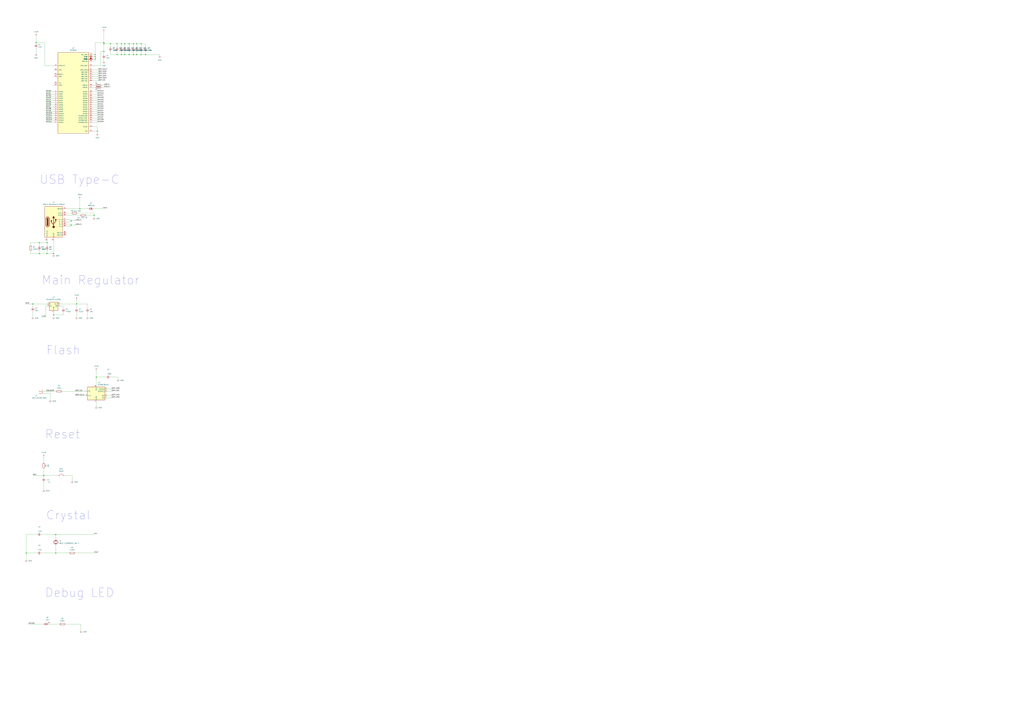
<source format=kicad_sch>
(kicad_sch (version 20211123) (generator eeschema)
  (paper "A0")
  (lib_symbols
    (symbol "Connector:Conn_01x02_Male" (pin_names (offset 1.016) hide)
      (property "Reference" "J" (at 0 2.54 0))
      (property "Value" "Conn_01x02_Male" (at 0 -5.08 0))
      (symbol "Conn_01x02_Male_1_1"
        (polyline (pts (xy 1.27 -2.54) (xy 0.8636 -2.54)) (stroke (width 0.1524)))
        (polyline (pts (xy 1.27 0) (xy 0.8636 0)) (stroke (width 0.1524)))
        (rectangle (start 0.8636 -2.413) (end 0 -2.667) (stroke (width 0.1524)) (fill (type outline)))
        (rectangle (start 0.8636 0.127) (end 0 -0.127) (stroke (width 0.1524)) (fill (type outline)))
        (pin passive line (at 5.08 0 180) (length 3.81) (name "Pin_1") (number "1"))
        (pin passive line (at 5.08 -2.54 180) (length 3.81) (name "Pin_2") (number "2"))
      )
    )
    (symbol "Connector:USB_C_Receptacle_USB2.0" (pin_names (offset 1.016))
      (property "Reference" "J" (at -10.16 19.05 0))
      (property "Value" "USB_C_Receptacle_USB2.0" (at 19.05 19.05 0))
      (symbol "USB_C_Receptacle_USB2.0_0_0"
        (rectangle (start -0.254 -17.78) (end 0.254 -16.764))
        (rectangle (start 10.16 -14.986) (end 9.144 -15.494))
        (rectangle (start 10.16 -12.446) (end 9.144 -12.954))
        (rectangle (start 10.16 -4.826) (end 9.144 -5.334))
        (rectangle (start 10.16 -2.286) (end 9.144 -2.794))
        (rectangle (start 10.16 0.254) (end 9.144 -0.254))
        (rectangle (start 10.16 2.794) (end 9.144 2.286))
        (rectangle (start 10.16 7.874) (end 9.144 7.366))
        (rectangle (start 10.16 10.414) (end 9.144 9.906))
        (rectangle (start 10.16 15.494) (end 9.144 14.986))
      )
      (symbol "USB_C_Receptacle_USB2.0_0_1"
        (rectangle (start -10.16 17.78) (end 10.16 -17.78) (stroke (width 0.254)) (fill (type background)))
        (arc (start -8.89 -3.81) (mid -6.985 -5.715) (end -5.08 -3.81) (stroke (width 0.508)))
        (arc (start -7.62 -3.81) (mid -6.985 -4.445) (end -6.35 -3.81) (stroke (width 0.254)))
        (arc (start -7.62 -3.81) (mid -6.985 -4.445) (end -6.35 -3.81) (stroke (width 0.254)) (fill (type outline)))
        (rectangle (start -7.62 -3.81) (end -6.35 3.81) (stroke (width 0.254)) (fill (type outline)))
        (arc (start -6.35 3.81) (mid -6.985 4.445) (end -7.62 3.81) (stroke (width 0.254)))
        (arc (start -6.35 3.81) (mid -6.985 4.445) (end -7.62 3.81) (stroke (width 0.254)) (fill (type outline)))
        (arc (start -5.08 3.81) (mid -6.985 5.715) (end -8.89 3.81) (stroke (width 0.508)))
        (circle (center -2.54 1.143) (radius 0.635) (stroke (width 0.254)) (fill (type outline)))
        (circle (center 0 -5.842) (radius 1.27) (fill (type outline)))
        (polyline (pts (xy -8.89 -3.81) (xy -8.89 3.81)) (stroke (width 0.508)))
        (polyline (pts (xy -5.08 3.81) (xy -5.08 -3.81)) (stroke (width 0.508)))
        (polyline (pts (xy 0 -5.842) (xy 0 4.318)) (stroke (width 0.508)))
        (polyline (pts (xy 0 -3.302) (xy -2.54 -0.762) (xy -2.54 0.508)) (stroke (width 0.508)))
        (polyline (pts (xy 0 -2.032) (xy 2.54 0.508) (xy 2.54 1.778)) (stroke (width 0.508)))
        (polyline (pts (xy -1.27 4.318) (xy 0 6.858) (xy 1.27 4.318) (xy -1.27 4.318)) (stroke (width 0.254)) (fill (type outline)))
        (rectangle (start 1.905 1.778) (end 3.175 3.048) (stroke (width 0.254)) (fill (type outline)))
      )
      (symbol "USB_C_Receptacle_USB2.0_1_1"
        (pin passive line (at 0 -22.86 90) (length 5.08) (name "GND") (number "A1"))
        (pin passive line (at 0 -22.86 90) (length 5.08) hide (name "GND") (number "A12"))
        (pin passive line (at 15.24 15.24 180) (length 5.08) (name "VBUS") (number "A4"))
        (pin bidirectional line (at 15.24 10.16 180) (length 5.08) (name "CC1") (number "A5"))
        (pin bidirectional line (at 15.24 -2.54 180) (length 5.08) (name "D+") (number "A6"))
        (pin bidirectional line (at 15.24 2.54 180) (length 5.08) (name "D-") (number "A7"))
        (pin bidirectional line (at 15.24 -12.7 180) (length 5.08) (name "SBU1") (number "A8"))
        (pin passive line (at 15.24 15.24 180) (length 5.08) hide (name "VBUS") (number "A9"))
        (pin passive line (at 0 -22.86 90) (length 5.08) hide (name "GND") (number "B1"))
        (pin passive line (at 0 -22.86 90) (length 5.08) hide (name "GND") (number "B12"))
        (pin passive line (at 15.24 15.24 180) (length 5.08) hide (name "VBUS") (number "B4"))
        (pin bidirectional line (at 15.24 7.62 180) (length 5.08) (name "CC2") (number "B5"))
        (pin bidirectional line (at 15.24 -5.08 180) (length 5.08) (name "D+") (number "B6"))
        (pin bidirectional line (at 15.24 0 180) (length 5.08) (name "D-") (number "B7"))
        (pin bidirectional line (at 15.24 -15.24 180) (length 5.08) (name "SBU2") (number "B8"))
        (pin passive line (at 15.24 15.24 180) (length 5.08) hide (name "VBUS") (number "B9"))
        (pin passive line (at -7.62 -22.86 90) (length 5.08) (name "SHIELD") (number "S1"))
      )
    )
    (symbol "Device:C_Small" (pin_numbers hide) (pin_names (offset 0.254) hide)
      (property "Reference" "C" (at 0.254 1.778 0))
      (property "Value" "C_Small" (at 0.254 -2.032 0))
      (symbol "C_Small_0_1"
        (polyline (pts (xy -1.524 -0.508) (xy 1.524 -0.508)) (stroke (width 0.3302)))
        (polyline (pts (xy -1.524 0.508) (xy 1.524 0.508)) (stroke (width 0.3048)))
      )
      (symbol "C_Small_1_1"
        (pin passive line (at 0 2.54 270) (length 2.032) (name "~") (number "1"))
        (pin passive line (at 0 -2.54 90) (length 2.032) (name "~") (number "2"))
      )
    )
    (symbol "Device:Crystal" (pin_numbers hide) (pin_names (offset 1.016) hide)
      (property "Reference" "Y" (at 0 3.81 0))
      (property "Value" "Crystal" (at 0 -3.81 0))
      (symbol "Crystal_0_1"
        (rectangle (start -1.143 2.54) (end 1.143 -2.54) (stroke (width 0.3048)))
        (polyline (pts (xy -2.54 0) (xy -1.905 0)))
        (polyline (pts (xy -1.905 -1.27) (xy -1.905 1.27)) (stroke (width 0.508)))
        (polyline (pts (xy 1.905 -1.27) (xy 1.905 1.27)) (stroke (width 0.508)))
        (polyline (pts (xy 2.54 0) (xy 1.905 0)))
      )
      (symbol "Crystal_1_1"
        (pin passive line (at -3.81 0 0) (length 1.27) (name "1") (number "1"))
        (pin passive line (at 3.81 0 180) (length 1.27) (name "2") (number "2"))
      )
    )
    (symbol "Device:D_Schottky" (pin_numbers hide) (pin_names (offset 1.016) hide)
      (property "Reference" "D" (at 0 2.54 0))
      (property "Value" "D_Schottky" (at 0 -2.54 0))
      (symbol "D_Schottky_0_1"
        (polyline (pts (xy 1.27 0) (xy -1.27 0)))
        (polyline (pts (xy 1.27 1.27) (xy 1.27 -1.27) (xy -1.27 0) (xy 1.27 1.27)) (stroke (width 0.254)))
        (polyline (pts (xy -1.905 0.635) (xy -1.905 1.27) (xy -1.27 1.27) (xy -1.27 -1.27) (xy -0.635 -1.27) (xy -0.635 -0.635)) (stroke (width 0.254)))
      )
      (symbol "D_Schottky_1_1"
        (pin passive line (at -3.81 0 0) (length 2.54) (name "K") (number "1"))
        (pin passive line (at 3.81 0 180) (length 2.54) (name "A") (number "2"))
      )
    )
    (symbol "Device:LED" (pin_numbers hide) (pin_names (offset 1.016) hide)
      (property "Reference" "D" (at 0 2.54 0))
      (property "Value" "LED" (at 0 -2.54 0))
      (symbol "LED_0_1"
        (polyline (pts (xy -1.27 -1.27) (xy -1.27 1.27)) (stroke (width 0.254)))
        (polyline (pts (xy -1.27 0) (xy 1.27 0)))
        (polyline (pts (xy 1.27 -1.27) (xy 1.27 1.27) (xy -1.27 0) (xy 1.27 -1.27)) (stroke (width 0.254)))
        (polyline (pts (xy -3.048 -0.762) (xy -4.572 -2.286) (xy -3.81 -2.286) (xy -4.572 -2.286) (xy -4.572 -1.524)))
        (polyline (pts (xy -1.778 -0.762) (xy -3.302 -2.286) (xy -2.54 -2.286) (xy -3.302 -2.286) (xy -3.302 -1.524)))
      )
      (symbol "LED_1_1"
        (pin passive line (at -3.81 0 0) (length 2.54) (name "K") (number "1"))
        (pin passive line (at 3.81 0 180) (length 2.54) (name "A") (number "2"))
      )
    )
    (symbol "Device:R" (pin_numbers hide) (pin_names (offset 0))
      (property "Reference" "R" (at 2.032 0 90))
      (property "Value" "R" (at 0 0 90))
      (symbol "R_0_1"
        (rectangle (start -1.016 -2.54) (end 1.016 2.54) (stroke (width 0.254)))
      )
      (symbol "R_1_1"
        (pin passive line (at 0 3.81 270) (length 1.27) (name "~") (number "1"))
        (pin passive line (at 0 -3.81 90) (length 1.27) (name "~") (number "2"))
      )
    )
    (symbol "Memory_Flash:W25Q128JVS"
      (property "Reference" "U" (at -8.89 8.89 0))
      (property "Value" "W25Q128JVS" (at 7.62 8.89 0))
      (symbol "W25Q128JVS_0_1"
        (rectangle (start -10.16 7.62) (end 10.16 -7.62) (stroke (width 0.254)) (fill (type background)))
      )
      (symbol "W25Q128JVS_1_1"
        (pin input line (at -12.7 2.54 0) (length 2.54) (name "~{CS}") (number "1"))
        (pin bidirectional line (at 12.7 2.54 180) (length 2.54) (name "DO(IO1)") (number "2"))
        (pin bidirectional line (at 12.7 -2.54 180) (length 2.54) (name "IO2") (number "3"))
        (pin power_in line (at 0 -10.16 90) (length 2.54) (name "GND") (number "4"))
        (pin bidirectional line (at 12.7 5.08 180) (length 2.54) (name "DI(IO0)") (number "5"))
        (pin input line (at -12.7 -2.54 0) (length 2.54) (name "CLK") (number "6"))
        (pin bidirectional line (at 12.7 -5.08 180) (length 2.54) (name "IO3") (number "7"))
        (pin power_in line (at 0 10.16 270) (length 2.54) (name "VCC") (number "8"))
      )
    )
    (symbol "Regulator_Linear:MIC5219-3.3YM5" (pin_names (offset 0.254))
      (property "Reference" "U" (at -3.81 5.715 0))
      (property "Value" "MIC5219-3.3YM5" (at 0 5.715 0))
      (symbol "MIC5219-3.3YM5_0_1"
        (rectangle (start -5.08 4.445) (end 5.08 -5.08) (stroke (width 0.254)) (fill (type background)))
      )
      (symbol "MIC5219-3.3YM5_1_1"
        (pin power_in line (at -7.62 2.54 0) (length 2.54) (name "IN") (number "1"))
        (pin power_in line (at 0 -7.62 90) (length 2.54) (name "GND") (number "2"))
        (pin input line (at -7.62 0 0) (length 2.54) (name "EN") (number "3"))
        (pin input line (at 7.62 0 180) (length 2.54) (name "BP") (number "4"))
        (pin power_out line (at 7.62 2.54 180) (length 2.54) (name "OUT") (number "5"))
      )
    )
    (symbol "Switch:SW_Push" (pin_numbers hide) (pin_names (offset 1.016) hide)
      (property "Reference" "SW" (at 1.27 2.54 0))
      (property "Value" "SW_Push" (at 0 -1.524 0))
      (symbol "SW_Push_0_1"
        (circle (center -2.032 0) (radius 0.508))
        (polyline (pts (xy 0 1.27) (xy 0 3.048)))
        (polyline (pts (xy 2.54 1.27) (xy -2.54 1.27)))
        (circle (center 2.032 0) (radius 0.508))
        (pin passive line (at -5.08 0 0) (length 2.54) (name "1") (number "1"))
        (pin passive line (at 5.08 0 180) (length 2.54) (name "2") (number "2"))
      )
    )
    (symbol "_rp2040:RP2040" (pin_names (offset 1.016))
      (property "Reference" "U" (at -17.78 50.8 0))
      (property "Value" "RP2040" (at -17.78 -48.26 0))
      (symbol "RP2040_0_0"
        (rectangle (start -17.78 -45.72) (end 17.78 48.26) (stroke (width 0.254)) (fill (type background)))
        (pin power_in line (at 22.86 40.64 180) (length 5.08) (name "IOVDD") (number "1"))
        (pin power_in line (at 22.86 40.64 180) (length 5.08) (name "IOVDD") (number "10"))
        (pin bidirectional line (at -22.86 -17.78 0) (length 5.08) (name "GPIO8") (number "11"))
        (pin bidirectional line (at -22.86 -20.32 0) (length 5.08) (name "GPIO9") (number "12"))
        (pin bidirectional line (at -22.86 -22.86 0) (length 5.08) (name "GPIO10") (number "13"))
        (pin bidirectional line (at -22.86 -25.4 0) (length 5.08) (name "GPIO11") (number "14"))
        (pin bidirectional line (at -22.86 -27.94 0) (length 5.08) (name "GPIO12") (number "15"))
        (pin bidirectional line (at -22.86 -30.48 0) (length 5.08) (name "GPIO13") (number "16"))
        (pin bidirectional line (at -22.86 -33.02 0) (length 5.08) (name "GPIO14") (number "17"))
        (pin bidirectional line (at 22.86 2.54 180) (length 5.08) (name "GPIO15") (number "18"))
        (pin passive line (at 22.86 -38.1 180) (length 5.08) (name "TESTEN") (number "19"))
        (pin bidirectional line (at -22.86 2.54 0) (length 5.08) (name "GPIO0") (number "2"))
        (pin input line (at -22.86 12.7 0) (length 5.08) (name "XIN") (number "20"))
        (pin output line (at -22.86 10.16 0) (length 5.08) (name "XOUT") (number "21"))
        (pin power_in line (at 22.86 40.64 180) (length 5.08) (name "IOVDD") (number "22"))
        (pin power_in line (at 22.86 43.18 180) (length 5.08) (name "DVDD") (number "23"))
        (pin input clock (at -22.86 22.86 0) (length 5.08) (name "SWCLK") (number "24"))
        (pin bidirectional line (at -22.86 20.32 0) (length 5.08) (name "SWD") (number "25"))
        (pin input line (at -22.86 27.94 0) (length 5.08) (name "RUN") (number "26"))
        (pin bidirectional line (at 22.86 0 180) (length 5.08) (name "GPIO16") (number "27"))
        (pin bidirectional line (at 22.86 -2.54 180) (length 5.08) (name "GPIO17") (number "28"))
        (pin bidirectional line (at 22.86 -5.08 180) (length 5.08) (name "GPIO18") (number "29"))
        (pin bidirectional line (at -22.86 0 0) (length 5.08) (name "GPIO1") (number "3"))
        (pin bidirectional line (at 22.86 -7.62 180) (length 5.08) (name "GPIO19") (number "30"))
        (pin bidirectional line (at 22.86 -10.16 180) (length 5.08) (name "GPIO20") (number "31"))
        (pin bidirectional line (at 22.86 -12.7 180) (length 5.08) (name "GPIO21") (number "32"))
        (pin power_in line (at 22.86 40.64 180) (length 5.08) (name "IOVDD") (number "33"))
        (pin bidirectional line (at 22.86 -15.24 180) (length 5.08) (name "GPIO22") (number "34"))
        (pin bidirectional line (at 22.86 -17.78 180) (length 5.08) (name "GPIO23") (number "35"))
        (pin bidirectional line (at 22.86 -20.32 180) (length 5.08) (name "GPIO24") (number "36"))
        (pin bidirectional line (at 22.86 -22.86 180) (length 5.08) (name "GPIO25") (number "37"))
        (pin bidirectional line (at 22.86 -25.4 180) (length 5.08) (name "GPIO26/ADC0") (number "38"))
        (pin bidirectional line (at 22.86 -27.94 180) (length 5.08) (name "GPIO27/ADC1") (number "39"))
        (pin bidirectional line (at -22.86 -2.54 0) (length 5.08) (name "GPIO2") (number "4"))
        (pin bidirectional line (at 22.86 -30.48 180) (length 5.08) (name "GPIO28/ADC2") (number "40"))
        (pin bidirectional line (at 22.86 -33.02 180) (length 5.08) (name "GPIO29/ADC3") (number "41"))
        (pin power_in line (at 22.86 40.64 180) (length 5.08) (name "IOVDD") (number "42"))
        (pin power_in line (at 22.86 45.72 180) (length 5.08) (name "ADC_AVDD") (number "43"))
        (pin input line (at -22.86 33.02 0) (length 5.08) (name "VREG_VIN") (number "44"))
        (pin output line (at 22.86 33.02 180) (length 5.08) (name "VREG_VOUT") (number "45"))
        (pin bidirectional line (at 22.86 10.16 180) (length 5.08) (name "USB_DM") (number "46"))
        (pin bidirectional line (at 22.86 7.62 180) (length 5.08) (name "USB_DP") (number "47"))
        (pin power_in line (at 22.86 38.1 180) (length 5.08) (name "USB_VDD") (number "48"))
        (pin power_in line (at 22.86 40.64 180) (length 5.08) (name "IOVDD") (number "49"))
        (pin bidirectional line (at -22.86 -5.08 0) (length 5.08) (name "GPIO3") (number "5"))
        (pin power_in line (at 22.86 43.18 180) (length 5.08) (name "DVDD") (number "50"))
        (pin bidirectional line (at 22.86 17.78 180) (length 5.08) (name "QSPI_SD3") (number "51"))
        (pin bidirectional clock (at 22.86 27.94 180) (length 5.08) (name "QSPI_SCLK") (number "52"))
        (pin bidirectional line (at 22.86 25.4 180) (length 5.08) (name "QSPI_SD0") (number "53"))
        (pin bidirectional line (at 22.86 20.32 180) (length 5.08) (name "QSPI_SD2") (number "54"))
        (pin bidirectional line (at 22.86 22.86 180) (length 5.08) (name "QSPI_SD1") (number "55"))
        (pin bidirectional line (at 22.86 15.24 180) (length 5.08) (name "QSPI_CSN") (number "56"))
        (pin power_in line (at 22.86 -43.18 180) (length 5.08) (name "GND") (number "57"))
        (pin bidirectional line (at -22.86 -7.62 0) (length 5.08) (name "GPIO4") (number "6"))
        (pin bidirectional line (at -22.86 -10.16 0) (length 5.08) (name "GPIO5") (number "7"))
        (pin bidirectional line (at -22.86 -12.7 0) (length 5.08) (name "GPIO6") (number "8"))
        (pin bidirectional line (at -22.86 -15.24 0) (length 5.08) (name "GPIO7") (number "9"))
      )
    )
    (symbol "power:+3.3V" (power) (pin_names (offset 0))
      (property "Value" "+3.3V" (at 0 3.556 0))
      (symbol "+3.3V_0_1"
        (polyline (pts (xy -0.762 1.27) (xy 0 2.54)))
        (polyline (pts (xy 0 0) (xy 0 2.54)))
        (polyline (pts (xy 0 2.54) (xy 0.762 1.27)))
      )
      (symbol "+3.3V_1_1"
        (pin power_in line (at 0 0 90) (length 0) hide (name "+3.3V") (number "1"))
      )
    )
    (symbol "power:GND" (power) (pin_names (offset 0))
      (property "Value" "GND" (at 0 -3.81 0))
      (symbol "GND_0_1"
        (polyline (pts (xy 0 0) (xy 0 -1.27) (xy 1.27 -1.27) (xy 0 -2.54) (xy -1.27 -1.27) (xy 0 -1.27)))
      )
      (symbol "GND_1_1"
        (pin power_in line (at 0 0 270) (length 0) hide (name "GND") (number "1"))
      )
    )
    (symbol "power:VBUS" (power) (pin_names (offset 0))
      (property "Value" "VBUS" (at 0 3.81 0))
      (symbol "VBUS_0_1"
        (polyline (pts (xy -0.762 1.27) (xy 0 2.54)))
        (polyline (pts (xy 0 0) (xy 0 2.54)))
        (polyline (pts (xy 0 2.54) (xy 0.762 1.27)))
      )
      (symbol "VBUS_1_1"
        (pin power_in line (at 0 0 90) (length 0) hide (name "VBUS") (number "1"))
      )
    )
  )
  (junction (at 128.27 50.8))
  (junction (at 45.72 281.94))
  (junction (at 38.1 353.06))
  (junction (at 144.78 63.5))
  (junction (at 109.22 250.19))
  (junction (at 62.23 365.76))
  (junction (at 158.75 63.5))
  (junction (at 54.61 294.64))
  (junction (at 120.65 49.53))
  (junction (at 30.48 642.62))
  (junction (at 120.65 59.69))
  (junction (at 41.91 49.53))
  (junction (at 140.97 63.5))
  (junction (at 135.89 63.5))
  (junction (at 110.49 66.04))
  (junction (at 54.61 281.94))
  (junction (at 154.94 50.8))
  (junction (at 82.55 256.54))
  (junction (at 113.03 152.4))
  (junction (at 149.86 50.8))
  (junction (at 50.8 552.45))
  (junction (at 62.23 294.64))
  (junction (at 120.65 50.8))
  (junction (at 149.86 63.5))
  (junction (at 158.75 50.8))
  (junction (at 168.91 63.5))
  (junction (at 144.78 50.8))
  (junction (at 92.71 242.57))
  (junction (at 111.76 438.15))
  (junction (at 163.83 50.8))
  (junction (at 135.89 50.8))
  (junction (at 110.49 63.5))
  (junction (at 163.83 63.5))
  (junction (at 154.94 63.5))
  (junction (at 88.9 353.06))
  (junction (at 64.77 621.03))
  (junction (at 45.72 294.64))
  (junction (at 140.97 50.8))
  (junction (at 82.55 261.62))
  (junction (at 64.77 642.62))
  (junction (at 110.49 68.58))
  (wire (pts (xy 107.95 114.3) (xy 113.03 114.3)))
  (wire (pts (xy 50.8 454.66) (xy 64.77 454.66)))
  (wire (pts (xy 45.72 290.83) (xy 45.72 294.64)))
  (wire (pts (xy 64.77 621.03) (xy 109.22 621.03)))
  (wire (pts (xy 168.91 63.5) (xy 185.42 63.5)))
  (wire (pts (xy 57.15 725.17) (xy 68.58 725.17)))
  (wire (pts (xy 73.66 358.14) (xy 73.66 355.6)))
  (wire (pts (xy 82.55 260.35) (xy 82.55 261.62)))
  (wire (pts (xy 128.27 438.15) (xy 137.16 438.15)))
  (wire (pts (xy 77.47 257.81) (xy 82.55 257.81)))
  (wire (pts (xy 163.83 63.5) (xy 168.91 63.5)))
  (wire (pts (xy 41.91 55.88) (xy 41.91 62.23)))
  (wire (pts (xy 140.97 63.5) (xy 144.78 63.5)))
  (wire (pts (xy 53.34 355.6) (xy 54.61 355.6)))
  (wire (pts (xy 135.89 63.5) (xy 140.97 63.5)))
  (wire (pts (xy 64.77 621.03) (xy 64.77 626.11)))
  (wire (pts (xy 83.82 552.45) (xy 83.82 558.8)))
  (wire (pts (xy 128.27 50.8) (xy 128.27 54.61)))
  (wire (pts (xy 107.95 132.08) (xy 113.03 132.08)))
  (wire (pts (xy 48.26 621.03) (xy 64.77 621.03)))
  (wire (pts (xy 58.42 457.2) (xy 58.42 464.82)))
  (wire (pts (xy 107.95 86.36) (xy 114.3 86.36)))
  (wire (pts (xy 92.71 231.14) (xy 92.71 242.57)))
  (wire (pts (xy 88.9 347.98) (xy 88.9 353.06)))
  (wire (pts (xy 41.91 41.91) (xy 41.91 49.53)))
  (wire (pts (xy 53.34 139.7) (xy 62.23 139.7)))
  (wire (pts (xy 41.91 49.53) (xy 41.91 50.8)))
  (wire (pts (xy 35.56 292.1) (xy 35.56 294.64)))
  (wire (pts (xy 29.21 353.06) (xy 38.1 353.06)))
  (wire (pts (xy 163.83 50.8) (xy 163.83 54.61)))
  (wire (pts (xy 100.33 250.19) (xy 109.22 250.19)))
  (wire (pts (xy 52.07 76.2) (xy 52.07 49.53)))
  (wire (pts (xy 53.34 119.38) (xy 62.23 119.38)))
  (wire (pts (xy 158.75 50.8) (xy 158.75 54.61)))
  (wire (pts (xy 137.16 438.15) (xy 137.16 440.69)))
  (wire (pts (xy 64.77 642.62) (xy 80.01 642.62)))
  (wire (pts (xy 88.9 353.06) (xy 88.9 358.14)))
  (wire (pts (xy 110.49 63.5) (xy 110.49 49.53)))
  (wire (pts (xy 107.95 127) (xy 113.03 127)))
  (wire (pts (xy 30.48 650.24) (xy 30.48 642.62)))
  (wire (pts (xy 50.8 544.83) (xy 50.8 552.45)))
  (wire (pts (xy 90.17 247.65) (xy 109.22 247.65)))
  (wire (pts (xy 54.61 294.64) (xy 62.23 294.64)))
  (wire (pts (xy 107.95 106.68) (xy 113.03 106.68)))
  (wire (pts (xy 109.22 250.19) (xy 109.22 252.73)))
  (wire (pts (xy 158.75 59.69) (xy 158.75 63.5)))
  (wire (pts (xy 135.89 63.5) (xy 128.27 63.5)))
  (wire (pts (xy 50.8 552.45) (xy 66.04 552.45)))
  (wire (pts (xy 88.9 363.22) (xy 88.9 368.3)))
  (wire (pts (xy 48.26 642.62) (xy 64.77 642.62)))
  (wire (pts (xy 107.95 99.06) (xy 110.49 99.06)))
  (wire (pts (xy 77.47 260.35) (xy 82.55 260.35)))
  (wire (pts (xy 113.03 147.32) (xy 113.03 152.4)))
  (wire (pts (xy 109.22 242.57) (xy 119.38 242.57)))
  (wire (pts (xy 107.95 63.5) (xy 110.49 63.5)))
  (wire (pts (xy 154.94 50.8) (xy 154.94 54.61)))
  (wire (pts (xy 163.83 59.69) (xy 163.83 63.5)))
  (wire (pts (xy 73.66 363.22) (xy 73.66 365.76)))
  (wire (pts (xy 76.2 725.17) (xy 93.98 725.17)))
  (wire (pts (xy 140.97 50.8) (xy 140.97 54.61)))
  (wire (pts (xy 107.95 88.9) (xy 114.3 88.9)))
  (wire (pts (xy 38.1 353.06) (xy 38.1 356.87)))
  (wire (pts (xy 118.11 99.06) (xy 120.65 99.06)))
  (wire (pts (xy 62.23 280.67) (xy 62.23 294.64)))
  (wire (pts (xy 135.89 59.69) (xy 135.89 63.5)))
  (wire (pts (xy 110.49 68.58) (xy 110.49 66.04)))
  (wire (pts (xy 154.94 59.69) (xy 154.94 63.5)))
  (wire (pts (xy 107.95 129.54) (xy 113.03 129.54)))
  (wire (pts (xy 107.95 139.7) (xy 113.03 139.7)))
  (wire (pts (xy 149.86 63.5) (xy 154.94 63.5)))
  (wire (pts (xy 128.27 59.69) (xy 128.27 63.5)))
  (wire (pts (xy 120.65 36.83) (xy 120.65 49.53)))
  (wire (pts (xy 77.47 255.27) (xy 82.55 255.27)))
  (wire (pts (xy 82.55 261.62) (xy 87.63 261.62)))
  (wire (pts (xy 69.85 355.6) (xy 73.66 355.6)))
  (wire (pts (xy 82.55 255.27) (xy 82.55 256.54)))
  (wire (pts (xy 107.95 121.92) (xy 113.03 121.92)))
  (wire (pts (xy 113.03 152.4) (xy 113.03 154.94)))
  (wire (pts (xy 77.47 262.89) (xy 82.55 262.89)))
  (wire (pts (xy 135.89 50.8) (xy 140.97 50.8)))
  (wire (pts (xy 109.22 247.65) (xy 109.22 250.19)))
  (wire (pts (xy 88.9 353.06) (xy 101.6 353.06)))
  (wire (pts (xy 107.95 71.12) (xy 110.49 71.12)))
  (wire (pts (xy 110.49 71.12) (xy 110.49 68.58)))
  (wire (pts (xy 107.95 147.32) (xy 113.03 147.32)))
  (wire (pts (xy 101.6 363.22) (xy 101.6 368.3)))
  (wire (pts (xy 76.2 552.45) (xy 83.82 552.45)))
  (wire (pts (xy 53.34 124.46) (xy 62.23 124.46)))
  (wire (pts (xy 128.27 50.8) (xy 120.65 50.8)))
  (wire (pts (xy 53.34 106.68) (xy 62.23 106.68)))
  (wire (pts (xy 52.07 49.53) (xy 41.91 49.53)))
  (wire (pts (xy 107.95 101.6) (xy 110.49 101.6)))
  (wire (pts (xy 48.26 368.3) (xy 53.34 368.3)))
  (wire (pts (xy 64.77 633.73) (xy 64.77 642.62)))
  (wire (pts (xy 62.23 363.22) (xy 62.23 365.76)))
  (wire (pts (xy 87.63 642.62) (xy 109.22 642.62)))
  (wire (pts (xy 54.61 280.67) (xy 54.61 281.94)))
  (wire (pts (xy 124.46 459.74) (xy 129.54 459.74)))
  (wire (pts (xy 107.95 109.22) (xy 113.03 109.22)))
  (wire (pts (xy 69.85 353.06) (xy 88.9 353.06)))
  (wire (pts (xy 144.78 50.8) (xy 149.86 50.8)))
  (wire (pts (xy 118.11 101.6) (xy 120.65 101.6)))
  (wire (pts (xy 185.42 63.5) (xy 185.42 64.77)))
  (wire (pts (xy 107.95 83.82) (xy 114.3 83.82)))
  (wire (pts (xy 43.18 621.03) (xy 30.48 621.03)))
  (wire (pts (xy 101.6 353.06) (xy 101.6 358.14)))
  (wire (pts (xy 110.49 66.04) (xy 110.49 63.5)))
  (wire (pts (xy 38.1 353.06) (xy 54.61 353.06)))
  (wire (pts (xy 120.65 59.69) (xy 120.65 63.5)))
  (wire (pts (xy 53.34 114.3) (xy 62.23 114.3)))
  (wire (pts (xy 124.46 462.28) (xy 129.54 462.28)))
  (wire (pts (xy 107.95 66.04) (xy 110.49 66.04)))
  (wire (pts (xy 163.83 50.8) (xy 168.91 50.8)))
  (wire (pts (xy 82.55 261.62) (xy 82.55 262.89)))
  (wire (pts (xy 50.8 560.07) (xy 50.8 568.96)))
  (wire (pts (xy 54.61 290.83) (xy 54.61 294.64)))
  (wire (pts (xy 92.71 242.57) (xy 101.6 242.57)))
  (wire (pts (xy 50.8 552.45) (xy 50.8 554.99)))
  (wire (pts (xy 72.39 454.66) (xy 99.06 454.66)))
  (wire (pts (xy 53.34 134.62) (xy 62.23 134.62)))
  (wire (pts (xy 111.76 438.15) (xy 111.76 447.04)))
  (wire (pts (xy 144.78 50.8) (xy 144.78 54.61)))
  (wire (pts (xy 107.95 116.84) (xy 113.03 116.84)))
  (wire (pts (xy 168.91 50.8) (xy 168.91 54.61)))
  (wire (pts (xy 107.95 134.62) (xy 113.03 134.62)))
  (wire (pts (xy 62.23 365.76) (xy 62.23 368.3)))
  (wire (pts (xy 107.95 111.76) (xy 113.03 111.76)))
  (wire (pts (xy 111.76 438.15) (xy 123.19 438.15)))
  (wire (pts (xy 144.78 63.5) (xy 149.86 63.5)))
  (wire (pts (xy 107.95 91.44) (xy 114.3 91.44)))
  (wire (pts (xy 120.65 50.8) (xy 120.65 59.69)))
  (wire (pts (xy 120.65 68.58) (xy 120.65 71.12)))
  (wire (pts (xy 144.78 59.69) (xy 144.78 63.5)))
  (wire (pts (xy 45.72 281.94) (xy 35.56 281.94)))
  (wire (pts (xy 154.94 50.8) (xy 158.75 50.8)))
  (wire (pts (xy 107.95 152.4) (xy 113.03 152.4)))
  (wire (pts (xy 30.48 621.03) (xy 30.48 642.62)))
  (wire (pts (xy 135.89 50.8) (xy 135.89 54.61)))
  (wire (pts (xy 82.55 256.54) (xy 82.55 257.81)))
  (wire (pts (xy 154.94 63.5) (xy 158.75 63.5)))
  (wire (pts (xy 82.55 256.54) (xy 87.63 256.54)))
  (wire (pts (xy 116.84 59.69) (xy 120.65 59.69)))
  (wire (pts (xy 50.8 457.2) (xy 58.42 457.2)))
  (wire (pts (xy 35.56 294.64) (xy 45.72 294.64)))
  (wire (pts (xy 107.95 76.2) (xy 116.84 76.2)))
  (wire (pts (xy 93.98 725.17) (xy 93.98 732.79)))
  (wire (pts (xy 53.34 121.92) (xy 62.23 121.92)))
  (wire (pts (xy 38.1 361.95) (xy 38.1 368.3)))
  (wire (pts (xy 120.65 49.53) (xy 120.65 50.8)))
  (wire (pts (xy 53.34 132.08) (xy 62.23 132.08)))
  (wire (pts (xy 149.86 50.8) (xy 149.86 54.61)))
  (wire (pts (xy 53.34 116.84) (xy 62.23 116.84)))
  (wire (pts (xy 110.49 49.53) (xy 120.65 49.53)))
  (wire (pts (xy 140.97 50.8) (xy 144.78 50.8)))
  (wire (pts (xy 53.34 109.22) (xy 62.23 109.22)))
  (wire (pts (xy 54.61 281.94) (xy 45.72 281.94)))
  (wire (pts (xy 107.95 93.98) (xy 114.3 93.98)))
  (wire (pts (xy 111.76 430.53) (xy 111.76 438.15)))
  (wire (pts (xy 128.27 50.8) (xy 135.89 50.8)))
  (wire (pts (xy 33.02 725.17) (xy 49.53 725.17)))
  (wire (pts (xy 149.86 59.69) (xy 149.86 63.5)))
  (wire (pts (xy 87.63 459.74) (xy 99.06 459.74)))
  (wire (pts (xy 38.1 552.45) (xy 50.8 552.45)))
  (wire (pts (xy 158.75 50.8) (xy 163.83 50.8)))
  (wire (pts (xy 77.47 242.57) (xy 92.71 242.57)))
  (wire (pts (xy 140.97 59.69) (xy 140.97 63.5)))
  (wire (pts (xy 53.34 137.16) (xy 62.23 137.16)))
  (wire (pts (xy 62.23 294.64) (xy 62.23 295.91)))
  (wire (pts (xy 35.56 281.94) (xy 35.56 284.48)))
  (wire (pts (xy 124.46 454.66) (xy 129.54 454.66)))
  (wire (pts (xy 53.34 368.3) (xy 53.34 355.6)))
  (wire (pts (xy 158.75 63.5) (xy 163.83 63.5)))
  (wire (pts (xy 30.48 642.62) (xy 43.18 642.62)))
  (wire (pts (xy 53.34 142.24) (xy 62.23 142.24)))
  (wire (pts (xy 77.47 250.19) (xy 92.71 250.19)))
  (wire (pts (xy 50.8 530.86) (xy 50.8 537.21)))
  (wire (pts (xy 53.34 127) (xy 62.23 127)))
  (wire (pts (xy 107.95 124.46) (xy 113.03 124.46)))
  (wire (pts (xy 107.95 119.38) (xy 113.03 119.38)))
  (wire (pts (xy 45.72 281.94) (xy 45.72 285.75)))
  (wire (pts (xy 45.72 294.64) (xy 54.61 294.64)))
  (wire (pts (xy 62.23 365.76) (xy 73.66 365.76)))
  (wire (pts (xy 107.95 68.58) (xy 110.49 68.58)))
  (wire (pts (xy 116.84 76.2) (xy 116.84 59.69)))
  (wire (pts (xy 107.95 81.28) (xy 114.3 81.28)))
  (wire (pts (xy 62.23 76.2) (xy 52.07 76.2)))
  (wire (pts (xy 107.95 137.16) (xy 113.03 137.16)))
  (wire (pts (xy 107.95 142.24) (xy 113.03 142.24)))
  (wire (pts (xy 111.76 467.36) (xy 111.76 472.44)))
  (wire (pts (xy 149.86 50.8) (xy 154.94 50.8)))
  (wire (pts (xy 168.91 59.69) (xy 168.91 63.5)))
  (wire (pts (xy 53.34 129.54) (xy 62.23 129.54)))
  (wire (pts (xy 53.34 111.76) (xy 62.23 111.76)))
  (wire (pts (xy 124.46 452.12) (xy 129.54 452.12)))
  (wire (pts (xy 54.61 281.94) (xy 54.61 285.75)))
  (wire (pts (xy 77.47 247.65) (xy 82.55 247.65)))
  (text "USB Type-C" (at 45.72 214.63 0) (effects (font (size 10 10)) (justify left bottom)))
  (text "Main Regulator" (at 48.26 331.47 0) (effects (font (size 10 10)) (justify left bottom)))
  (text "Crystal" (at 53.34 604.52 0) (effects (font (size 10 10)) (justify left bottom)))
  (text "Flash" (at 53.34 412.75 0) (effects (font (size 10 10)) (justify left bottom)))
  (text "Reset" (at 52.07 510.54 0) (effects (font (size 10 10)) (justify left bottom)))
  (text "Debug LED" (at 52.07 694.69 0) (effects (font (size 10 10)) (justify left bottom)))
  (label "GPIO13" (at 53.34 139.7 0))
  (label "GPIO20" (at 113.03 119.38 0))
  (label "VSYS" (at 29.21 353.06 0))
  (label "GPIO23" (at 113.03 127 0))
  (label "GPIO25" (at 33.02 725.17 0))
  (label "VSYS" (at 119.38 242.57 0))
  (label "GPIO22" (at 113.03 124.46 0))
  (label "QSPI_SD2" (at 114.3 88.9 0))
  (label "GPIO5" (at 53.34 119.38 0))
  (label "USB_D-" (at 87.63 256.54 0))
  (label "USB_D+" (at 120.65 101.6 0))
  (label "GPIO28" (at 113.03 139.7 0))
  (label "GPIO19" (at 113.03 116.84 0))
  (label "QSPI_SD3" (at 114.3 91.44 0))
  (label "QSPI_SD0" (at 114.3 83.82 0))
  (label "GPIO12" (at 53.34 137.16 0))
  (label "GPIO27" (at 113.03 137.16 0))
  (label "GPIO18" (at 113.03 114.3 0))
  (label "V_EN" (at 48.26 368.3 0))
  (label "GPIO11" (at 53.34 134.62 0))
  (label "GPIO14" (at 53.34 142.24 0))
  (label "GPIO21" (at 113.03 121.92 0))
  (label "QSPI_SD1" (at 129.54 454.66 0))
  (label "QSPI_SD0" (at 129.54 452.12 0))
  (label "GPIO3" (at 53.34 114.3 0))
  (label "QSPI_SD2" (at 129.54 459.74 0))
  (label "USB_BOOT" (at 53.34 454.66 0))
  (label "GPIO10" (at 53.34 132.08 0))
  (label "GPIO7" (at 53.34 124.46 0))
  (label "GPIO8" (at 53.34 127 0))
  (label "USB_D-" (at 120.65 99.06 0))
  (label "GPIO29" (at 113.03 142.24 0))
  (label "GPIO17" (at 113.03 111.76 0))
  (label "QSPI_SD1" (at 114.3 86.36 0))
  (label "GPIO9" (at 53.34 129.54 0))
  (label "XOUT" (at 109.22 642.62 0))
  (label "USB_D+" (at 87.63 261.62 0))
  (label "GPIO6" (at 53.34 121.92 0))
  (label "QSPI_SCLK" (at 87.63 459.74 0))
  (label "GPIO24" (at 113.03 129.54 0))
  (label "QSPI_SCLK" (at 114.3 81.28 0))
  (label "RUN" (at 38.1 552.45 0))
  (label "GPIO25" (at 113.03 132.08 0))
  (label "QSPI_SD3" (at 129.54 462.28 0))
  (label "XIN" (at 109.22 621.03 0))
  (label "GPIO4" (at 53.34 116.84 0))
  (label "GPIO2" (at 53.34 111.76 0))
  (label "GPIO26" (at 113.03 134.62 0))
  (label "QSPI_SS" (at 114.3 93.98 0))
  (label "GPIO0" (at 53.34 106.68 0))
  (label "GPIO15" (at 113.03 106.68 0))
  (label "QSPI_SS" (at 87.63 454.66 0))
  (label "GPIO16" (at 113.03 109.22 0))
  (label "GPIO1" (at 53.34 109.22 0))
  (symbol (lib_id "Device:C_Small") (at 50.8 557.53 180) (unit 1)
    (property "Reference" "C?" (at 57.15 557.53 0) (effects (justify left)))
    (property "Value" "1u" (at 58.42 560.07 0) (effects (justify left)))
  )
  (symbol (lib_id "power:GND") (at 41.91 62.23 0) (unit 1)
    (property "Reference" "#PWR?" (effects hide))
    (property "Value" "GND" (at 41.91 67.31 0))
  )
  (symbol (lib_id "power:GND") (at 120.65 71.12 0) (unit 1)
    (property "Reference" "#PWR?" (effects hide))
    (property "Value" "GND" (at 120.65 76.2 0))
  )
  (symbol (lib_id "Device:LED") (at 53.34 725.17 180) (unit 1)
    (property "Reference" "D?" (at 54.9275 717.55 0))
    (property "Value" "LED" (at 54.9275 720.09 0))
  )
  (symbol (lib_id "Device:C_Small") (at 88.9 360.68 0) (unit 1)
    (property "Reference" "C?" (at 91.44 359.4162 0) (effects (justify left)))
    (property "Value" "2.2uF" (at 91.44 361.95 0) (effects (justify left)))
  )
  (symbol (lib_id "Connector:USB_C_Receptacle_USB2.0") (at 62.23 257.81 0) (unit 1)
    (property "Reference" "J?" (at 62.23 234.95 0))
    (property "Value" "USB_C_Receptacle_USB2.0" (at 62.23 237.49 0))
    (property "Datasheet" "https://www.usb.org/sites/default/files/documents/usb_type-c.zip" (effects hide))
  )
  (symbol (lib_id "Device:R") (at 35.56 288.29 0) (unit 1)
    (property "Reference" "R?" (at 38.1 287.0199 0) (effects (justify left)))
    (property "Value" "1MOm" (at 38.1 289.5599 0) (effects (justify left)))
  )
  (symbol (lib_id "Device:C_Small") (at 135.89 57.15 0) (unit 1)
    (property "Reference" "C?" (at 138.43 55.8862 0) (effects (justify left)))
    (property "Value" "100n" (at 138.43 58.4262 0) (effects (justify left)))
  )
  (symbol (lib_id "Device:C_Small") (at 54.61 288.29 0) (unit 1)
    (property "Reference" "C?" (at 57.15 287.0262 0) (effects (justify left)))
    (property "Value" "1n" (at 57.15 289.56 0) (effects (justify left)))
  )
  (symbol (lib_id "Memory_Flash:W25Q128JVS") (at 111.76 457.2 0) (unit 1)
    (property "Reference" "U?" (at 113.7794 444.5 0) (effects (justify left)))
    (property "Value" "W25Q128JVS" (at 113.7794 447.04 0) (effects (justify left)))
    (property "Footprint" "Package_SO:SOIC-8_5.23x5.23mm_P1.27mm" (effects hide))
    (property "Datasheet" "http://www.winbond.com/resource-files/w25q128jv_dtr%20revc%2003272018%20plus.pdf" (effects hide))
  )
  (symbol (lib_id "Device:R") (at 86.36 247.65 90) (unit 1)
    (property "Reference" "R?" (at 83.82 245.11 90))
    (property "Value" "5.1 kOm" (at 90.17 245.11 90))
    (property "Footprint" "Resistor_SMD:R_0201_0603Metric" (effects hide))
  )
  (symbol (lib_id "power:GND") (at 101.6 368.3 0) (unit 1)
    (property "Reference" "#PWR?" (effects hide))
    (property "Value" "GND" (at 104.14 369.5699 0) (effects (justify left)))
  )
  (symbol (lib_id "Device:C_Small") (at 45.72 288.29 0) (unit 1)
    (property "Reference" "C?" (at 48.26 287.0262 0) (effects (justify left)))
    (property "Value" "100n" (at 48.26 289.56 0) (effects (justify left)))
  )
  (symbol (lib_id "power:GND") (at 93.98 732.79 0) (unit 1)
    (property "Reference" "#PWR?" (effects hide))
    (property "Value" "GND" (at 96.52 734.0599 0) (effects (justify left)))
  )
  (symbol (lib_id "Device:R") (at 50.8 541.02 180) (unit 1)
    (property "Reference" "R?" (at 53.34 541.02 90))
    (property "Value" "10k" (at 55.88 541.02 90))
    (property "Footprint" "Resistor_SMD:R_0201_0603Metric" (effects hide))
  )
  (symbol (lib_id "Device:R") (at 114.3 101.6 90) (unit 1)
    (property "Reference" "R?" (at 111.76 104.14 90))
    (property "Value" "27R" (at 114.3 101.6 90) (effects (font (size 1 1))))
    (property "Footprint" "Resistor_SMD:R_0201_0603Metric" (effects hide))
  )
  (symbol (lib_id "Device:C_Small") (at 125.73 438.15 270) (unit 1)
    (property "Reference" "C?" (at 124.46 429.26 90) (effects (justify left)))
    (property "Value" "100n" (at 124.46 434.34 90) (effects (justify left)))
  )
  (symbol (lib_id "power:GND") (at 30.48 650.24 0) (unit 1)
    (property "Reference" "#PWR?" (effects hide))
    (property "Value" "GND" (at 33.02 651.5099 0) (effects (justify left)))
  )
  (symbol (lib_id "Device:C_Small") (at 45.72 642.62 270) (unit 1)
    (property "Reference" "C?" (at 44.45 633.73 90) (effects (justify left)))
    (property "Value" "27p" (at 44.45 638.81 90) (effects (justify left)))
  )
  (symbol (lib_id "power:GND") (at 109.22 252.73 0) (unit 1)
    (property "Reference" "#PWR?" (effects hide))
    (property "Value" "GND" (at 111.76 253.9999 0) (effects (justify left)))
  )
  (symbol (lib_id "power:GND") (at 62.23 368.3 0) (unit 1)
    (property "Reference" "#PWR?" (effects hide))
    (property "Value" "GND" (at 64.77 369.5699 0) (effects (justify left)))
  )
  (symbol (lib_id "power:GND") (at 88.9 368.3 0) (unit 1)
    (property "Reference" "#PWR?" (effects hide))
    (property "Value" "GND" (at 91.44 369.5699 0) (effects (justify left)))
  )
  (symbol (lib_id "Device:R") (at 114.3 99.06 90) (unit 1)
    (property "Reference" "R?" (at 111.76 96.52 90))
    (property "Value" "27R" (at 114.3 99.06 90) (effects (font (size 1 1))))
    (property "Footprint" "Resistor_SMD:R_0201_0603Metric" (effects hide))
  )
  (symbol (lib_id "power:GND") (at 38.1 368.3 0) (unit 1)
    (property "Reference" "#PWR?" (effects hide))
    (property "Value" "GND" (at 40.64 369.5699 0) (effects (justify left)))
  )
  (symbol (lib_id "Device:C_Small") (at 144.78 57.15 0) (unit 1)
    (property "Reference" "C?" (at 147.32 55.8862 0) (effects (justify left)))
    (property "Value" "100n" (at 147.32 58.4262 0) (effects (justify left)))
  )
  (symbol (lib_id "power:+3.3V") (at 120.65 36.83 0) (unit 1)
    (property "Reference" "#PWR?" (effects hide))
    (property "Value" "+3.3V" (at 120.65 31.75 0))
  )
  (symbol (lib_id "Switch:SW_Push") (at 71.12 552.45 0) (unit 1)
    (property "Reference" "SW?" (at 71.12 544.83 0))
    (property "Value" "Reset" (at 71.12 547.37 0))
  )
  (symbol (lib_id "Connector:Conn_01x02_Male") (at 45.72 454.66 0) (unit 1)
    (property "Reference" "J?" (at 41.91 459.74 0))
    (property "Value" "Conn_01x02_Male" (at 45.72 462.28 0))
  )
  (symbol (lib_id "power:VBUS") (at 92.71 231.14 0) (unit 1)
    (property "Reference" "#PWR?" (effects hide))
    (property "Value" "VBUS" (at 92.71 226.06 0))
  )
  (symbol (lib_id "Device:C_Small") (at 101.6 360.68 0) (unit 1)
    (property "Reference" "C?" (at 104.14 359.4162 0) (effects (justify left)))
    (property "Value" "10u" (at 104.14 361.95 0) (effects (justify left)))
  )
  (symbol (lib_id "power:GND") (at 137.16 440.69 0) (unit 1)
    (property "Reference" "#PWR?" (effects hide))
    (property "Value" "GND" (at 139.7 441.9599 0) (effects (justify left)))
  )
  (symbol (lib_id "Device:C_Small") (at 158.75 57.15 0) (unit 1)
    (property "Reference" "C?" (at 161.29 55.8862 0) (effects (justify left)))
    (property "Value" "100n" (at 161.29 58.4262 0) (effects (justify left)))
  )
  (symbol (lib_id "power:+3.3V") (at 111.76 430.53 0) (unit 1)
    (property "Reference" "#PWR?" (effects hide))
    (property "Value" "+3.3V" (at 111.76 425.45 0))
  )
  (symbol (lib_id "power:GND") (at 58.42 464.82 0) (unit 1)
    (property "Reference" "#PWR?" (effects hide))
    (property "Value" "GND" (at 60.96 466.0899 0) (effects (justify left)))
  )
  (symbol (lib_id "power:+3.3V") (at 50.8 530.86 0) (unit 1)
    (property "Reference" "#PWR?" (effects hide))
    (property "Value" "+3.3V" (at 50.8 525.78 0))
  )
  (symbol (lib_id "_rp2040:RP2040") (at 85.09 109.22 0) (unit 1)
    (property "Reference" "U?" (at 85.09 55.88 0))
    (property "Value" "RP2040" (at 85.09 58.42 0))
    (property "Footprint" "QFN40P700X700X90-57N" (effects hide))
    (property "PARTREV" "1.6.1" (effects hide))
    (property "STANDARD" "IPC 7351B" (effects hide))
    (property "MANUFACTURER" "Raspberry Pi" (effects hide))
    (property "MAXIMUM_PACKAGE_HEIGHT" "0.9 mm" (effects hide))
  )
  (symbol (lib_id "Device:C_Small") (at 41.91 53.34 0) (unit 1)
    (property "Reference" "C?" (at 44.45 52.0762 0) (effects (justify left)))
    (property "Value" "1mk" (at 44.45 54.6162 0) (effects (justify left)))
  )
  (symbol (lib_id "Device:C_Small") (at 38.1 359.41 0) (unit 1)
    (property "Reference" "C?" (at 40.64 358.1462 0) (effects (justify left)))
    (property "Value" "10u" (at 40.64 360.68 0) (effects (justify left)))
  )
  (symbol (lib_id "Device:R") (at 68.58 454.66 90) (unit 1)
    (property "Reference" "R?" (at 68.58 448.31 90))
    (property "Value" "1kOm" (at 68.58 450.85 90))
    (property "Footprint" "Resistor_SMD:R_0201_0603Metric" (effects hide))
  )
  (symbol (lib_id "Device:C_Small") (at 120.65 66.04 0) (unit 1)
    (property "Reference" "C?" (at 123.19 64.7762 0) (effects (justify left)))
    (property "Value" "1mk" (at 123.19 67.31 0) (effects (justify left)))
  )
  (symbol (lib_id "Device:C_Small") (at 154.94 57.15 0) (unit 1)
    (property "Reference" "C?" (at 157.48 55.8862 0) (effects (justify left)))
    (property "Value" "100n" (at 157.48 58.4262 0) (effects (justify left)))
  )
  (symbol (lib_id "Device:D_Schottky") (at 105.41 242.57 180) (unit 1)
    (property "Reference" "D?" (at 105.7275 236.22 0))
    (property "Value" "MBR120" (at 105.7275 238.76 0))
  )
  (symbol (lib_id "Device:C_Small") (at 45.72 621.03 270) (unit 1)
    (property "Reference" "C?" (at 44.45 612.14 90) (effects (justify left)))
    (property "Value" "27p" (at 44.45 617.22 90) (effects (justify left)))
  )
  (symbol (lib_id "Device:C_Small") (at 149.86 57.15 0) (unit 1)
    (property "Reference" "C?" (at 152.4 55.8862 0) (effects (justify left)))
    (property "Value" "100n" (at 152.4 58.4262 0) (effects (justify left)))
  )
  (symbol (lib_id "Device:R") (at 96.52 250.19 90) (unit 1)
    (property "Reference" "R?" (at 100.33 252.73 90))
    (property "Value" "5.1 kOm" (at 93.98 252.73 90))
    (property "Footprint" "Resistor_SMD:R_0201_0603Metric" (effects hide))
  )
  (symbol (lib_id "power:GND") (at 50.8 568.96 0) (unit 1)
    (property "Reference" "#PWR?" (effects hide))
    (property "Value" "GND" (at 53.34 570.2299 0) (effects (justify left)))
  )
  (symbol (lib_id "power:GND") (at 111.76 472.44 0) (unit 1)
    (property "Reference" "#PWR?" (effects hide))
    (property "Value" "GND" (at 114.3 473.7099 0) (effects (justify left)))
  )
  (symbol (lib_id "Device:R") (at 72.39 725.17 90) (unit 1)
    (property "Reference" "R?" (at 72.39 718.82 90))
    (property "Value" "1kOm" (at 72.39 721.36 90))
    (property "Footprint" "Resistor_SMD:R_0201_0603Metric" (effects hide))
  )
  (symbol (lib_id "Device:C_Small") (at 73.66 360.68 0) (unit 1)
    (property "Reference" "C?" (at 76.2 359.4162 0) (effects (justify left)))
    (property "Value" "470pF" (at 76.2 361.95 0) (effects (justify left)))
  )
  (symbol (lib_id "power:+3.3V") (at 41.91 41.91 0) (unit 1)
    (property "Reference" "#PWR?" (effects hide))
    (property "Value" "+3.3V" (at 41.91 36.83 0))
  )
  (symbol (lib_id "Device:C_Small") (at 163.83 57.15 0) (unit 1)
    (property "Reference" "C?" (at 166.37 55.8862 0) (effects (justify left)))
    (property "Value" "100n" (at 166.37 58.4262 0) (effects (justify left)))
  )
  (symbol (lib_id "Device:R") (at 83.82 642.62 90) (unit 1)
    (property "Reference" "R?" (at 83.82 636.27 90))
    (property "Value" "1kOm" (at 83.82 638.81 90))
    (property "Footprint" "Resistor_SMD:R_0201_0603Metric" (effects hide))
  )
  (symbol (lib_id "power:GND") (at 62.23 295.91 0) (unit 1)
    (property "Reference" "#PWR?" (effects hide))
    (property "Value" "GND" (at 64.77 297.1799 0) (effects (justify left)))
  )
  (symbol (lib_id "power:GND") (at 185.42 64.77 0) (unit 1)
    (property "Reference" "#PWR?" (effects hide))
    (property "Value" "GND" (at 185.42 69.85 0))
  )
  (symbol (lib_id "Regulator_Linear:MIC5219-3.3YM5") (at 62.23 355.6 0) (unit 1)
    (property "Reference" "U?" (at 62.23 345.44 0))
    (property "Value" "MIC5219-3.3YM5" (at 62.23 347.98 0))
    (property "Footprint" "Package_TO_SOT_SMD:SOT-23-5" (effects hide))
    (property "Datasheet" "http://ww1.microchip.com/downloads/en/DeviceDoc/MIC5219-500mA-Peak-Output-LDO-Regulator-DS20006021A.pdf" (effects hide))
  )
  (symbol (lib_id "Device:C_Small") (at 128.27 57.15 0) (unit 1)
    (property "Reference" "C?" (at 130.81 55.8862 0) (effects (justify left)))
    (property "Value" "100n" (at 130.81 58.4262 0) (effects (justify left)))
  )
  (symbol (lib_id "Device:Crystal") (at 64.77 629.92 90) (unit 1)
    (property "Reference" "Y?" (at 68.58 628.6499 90) (effects (justify right)))
    (property "Value" "ABLS-12.000MHZ-B4-T" (at 68.58 631.1899 90) (effects (justify right)))
  )
  (symbol (lib_id "Device:C_Small") (at 168.91 57.15 0) (unit 1)
    (property "Reference" "C?" (at 171.45 55.8862 0) (effects (justify left)))
    (property "Value" "100n" (at 171.45 58.4262 0) (effects (justify left)))
  )
  (symbol (lib_id "power:GND") (at 83.82 558.8 0) (unit 1)
    (property "Reference" "#PWR?" (effects hide))
    (property "Value" "GND" (at 86.36 560.0699 0) (effects (justify left)))
  )
  (symbol (lib_id "power:GND") (at 113.03 154.94 0) (unit 1)
    (property "Reference" "#PWR?" (effects hide))
    (property "Value" "GND" (at 113.03 160.02 0))
  )
  (symbol (lib_id "Device:C_Small") (at 140.97 57.15 0) (unit 1)
    (property "Reference" "C?" (at 143.51 55.8862 0) (effects (justify left)))
    (property "Value" "100n" (at 143.51 58.4262 0) (effects (justify left)))
  )
  (symbol (lib_id "power:+3.3V") (at 88.9 347.98 0) (unit 1)
    (property "Reference" "#PWR?" (effects hide))
    (property "Value" "+3.3V" (at 88.9 342.9 0))
  )
)
</source>
